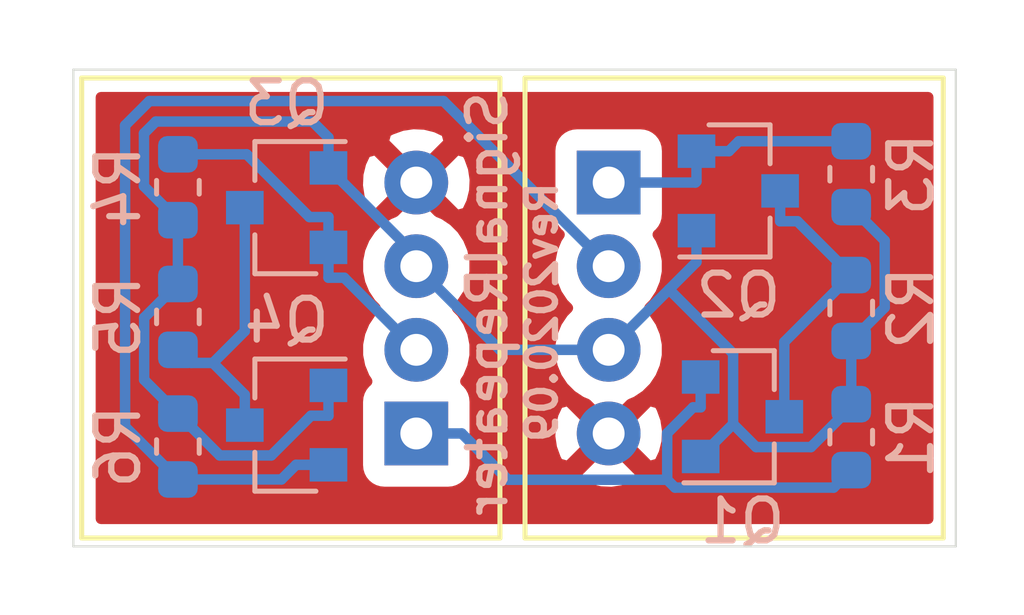
<source format=kicad_pcb>
(kicad_pcb (version 20171130) (host pcbnew 5.1.6-c6e7f7d~87~ubuntu20.04.1)

  (general
    (thickness 1.6)
    (drawings 6)
    (tracks 79)
    (zones 0)
    (modules 12)
    (nets 9)
  )

  (page A4)
  (layers
    (0 F.Cu signal)
    (31 B.Cu signal)
    (32 B.Adhes user)
    (33 F.Adhes user)
    (34 B.Paste user)
    (35 F.Paste user)
    (36 B.SilkS user)
    (37 F.SilkS user)
    (38 B.Mask user)
    (39 F.Mask user)
    (40 Dwgs.User user)
    (41 Cmts.User user)
    (42 Eco1.User user)
    (43 Eco2.User user)
    (44 Edge.Cuts user)
    (45 Margin user)
    (46 B.CrtYd user)
    (47 F.CrtYd user)
    (48 B.Fab user)
    (49 F.Fab user)
  )

  (setup
    (last_trace_width 0.25)
    (trace_clearance 0.2)
    (zone_clearance 0.508)
    (zone_45_only no)
    (trace_min 0.2)
    (via_size 0.8)
    (via_drill 0.4)
    (via_min_size 0.4)
    (via_min_drill 0.3)
    (uvia_size 0.3)
    (uvia_drill 0.1)
    (uvias_allowed no)
    (uvia_min_size 0.2)
    (uvia_min_drill 0.1)
    (edge_width 0.05)
    (segment_width 0.2)
    (pcb_text_width 0.3)
    (pcb_text_size 1.5 1.5)
    (mod_edge_width 0.12)
    (mod_text_size 1 1)
    (mod_text_width 0.15)
    (pad_size 1.524 1.524)
    (pad_drill 0.762)
    (pad_to_mask_clearance 0.05)
    (aux_axis_origin 0 0)
    (visible_elements FFFFFF7F)
    (pcbplotparams
      (layerselection 0x010fc_ffffffff)
      (usegerberextensions false)
      (usegerberattributes true)
      (usegerberadvancedattributes true)
      (creategerberjobfile true)
      (excludeedgelayer true)
      (linewidth 0.100000)
      (plotframeref false)
      (viasonmask false)
      (mode 1)
      (useauxorigin false)
      (hpglpennumber 1)
      (hpglpenspeed 20)
      (hpglpendiameter 15.000000)
      (psnegative false)
      (psa4output false)
      (plotreference true)
      (plotvalue true)
      (plotinvisibletext false)
      (padsonsilk false)
      (subtractmaskfromsilk false)
      (outputformat 1)
      (mirror false)
      (drillshape 1)
      (scaleselection 1)
      (outputdirectory ""))
  )

  (net 0 "")
  (net 1 GND)
  (net 2 VCC)
  (net 3 /CON1_B)
  (net 4 /CON1_A)
  (net 5 /CON2_B)
  (net 6 /CON2_A)
  (net 7 "Net-(Q1-Pad3)")
  (net 8 "Net-(Q3-Pad3)")

  (net_class Default "This is the default net class."
    (clearance 0.2)
    (trace_width 0.25)
    (via_dia 0.8)
    (via_drill 0.4)
    (uvia_dia 0.3)
    (uvia_drill 0.1)
    (add_net /CON1_A)
    (add_net /CON1_B)
    (add_net /CON2_A)
    (add_net /CON2_B)
    (add_net GND)
    (add_net "Net-(Q1-Pad3)")
    (add_net "Net-(Q3-Pad3)")
    (add_net VCC)
  )

  (module Resistor_SMD:R_0603_1608Metric (layer B.Cu) (tedit 5B301BBD) (tstamp 5F743378)
    (at 147.4 81.7125 270)
    (descr "Resistor SMD 0603 (1608 Metric), square (rectangular) end terminal, IPC_7351 nominal, (Body size source: http://www.tortai-tech.com/upload/download/2011102023233369053.pdf), generated with kicad-footprint-generator")
    (tags resistor)
    (path /5F759771)
    (attr smd)
    (fp_text reference R6 (at 0 1.43 90) (layer B.SilkS)
      (effects (font (size 1 1) (thickness 0.15)) (justify mirror))
    )
    (fp_text value 10k (at 0 -1.43 90) (layer B.Fab)
      (effects (font (size 1 1) (thickness 0.15)) (justify mirror))
    )
    (fp_line (start 1.48 -0.73) (end -1.48 -0.73) (layer B.CrtYd) (width 0.05))
    (fp_line (start 1.48 0.73) (end 1.48 -0.73) (layer B.CrtYd) (width 0.05))
    (fp_line (start -1.48 0.73) (end 1.48 0.73) (layer B.CrtYd) (width 0.05))
    (fp_line (start -1.48 -0.73) (end -1.48 0.73) (layer B.CrtYd) (width 0.05))
    (fp_line (start -0.162779 -0.51) (end 0.162779 -0.51) (layer B.SilkS) (width 0.12))
    (fp_line (start -0.162779 0.51) (end 0.162779 0.51) (layer B.SilkS) (width 0.12))
    (fp_line (start 0.8 -0.4) (end -0.8 -0.4) (layer B.Fab) (width 0.1))
    (fp_line (start 0.8 0.4) (end 0.8 -0.4) (layer B.Fab) (width 0.1))
    (fp_line (start -0.8 0.4) (end 0.8 0.4) (layer B.Fab) (width 0.1))
    (fp_line (start -0.8 -0.4) (end -0.8 0.4) (layer B.Fab) (width 0.1))
    (fp_text user %R (at 0 0 90) (layer B.Fab)
      (effects (font (size 0.4 0.4) (thickness 0.06)) (justify mirror))
    )
    (pad 2 smd roundrect (at 0.7875 0 270) (size 0.875 0.95) (layers B.Cu B.Paste B.Mask) (roundrect_rratio 0.25)
      (net 5 /CON2_B))
    (pad 1 smd roundrect (at -0.7875 0 270) (size 0.875 0.95) (layers B.Cu B.Paste B.Mask) (roundrect_rratio 0.25)
      (net 2 VCC))
    (model ${KISYS3DMOD}/Resistor_SMD.3dshapes/R_0603_1608Metric.wrl
      (at (xyz 0 0 0))
      (scale (xyz 1 1 1))
      (rotate (xyz 0 0 0))
    )
  )

  (module Resistor_SMD:R_0603_1608Metric (layer B.Cu) (tedit 5B301BBD) (tstamp 5F743367)
    (at 147.4 78.6125 270)
    (descr "Resistor SMD 0603 (1608 Metric), square (rectangular) end terminal, IPC_7351 nominal, (Body size source: http://www.tortai-tech.com/upload/download/2011102023233369053.pdf), generated with kicad-footprint-generator")
    (tags resistor)
    (path /5F75976B)
    (attr smd)
    (fp_text reference R5 (at 0 1.43 90) (layer B.SilkS)
      (effects (font (size 1 1) (thickness 0.15)) (justify mirror))
    )
    (fp_text value 10k (at 0 -1.43 90) (layer B.Fab)
      (effects (font (size 1 1) (thickness 0.15)) (justify mirror))
    )
    (fp_line (start 1.48 -0.73) (end -1.48 -0.73) (layer B.CrtYd) (width 0.05))
    (fp_line (start 1.48 0.73) (end 1.48 -0.73) (layer B.CrtYd) (width 0.05))
    (fp_line (start -1.48 0.73) (end 1.48 0.73) (layer B.CrtYd) (width 0.05))
    (fp_line (start -1.48 -0.73) (end -1.48 0.73) (layer B.CrtYd) (width 0.05))
    (fp_line (start -0.162779 -0.51) (end 0.162779 -0.51) (layer B.SilkS) (width 0.12))
    (fp_line (start -0.162779 0.51) (end 0.162779 0.51) (layer B.SilkS) (width 0.12))
    (fp_line (start 0.8 -0.4) (end -0.8 -0.4) (layer B.Fab) (width 0.1))
    (fp_line (start 0.8 0.4) (end 0.8 -0.4) (layer B.Fab) (width 0.1))
    (fp_line (start -0.8 0.4) (end 0.8 0.4) (layer B.Fab) (width 0.1))
    (fp_line (start -0.8 -0.4) (end -0.8 0.4) (layer B.Fab) (width 0.1))
    (fp_text user %R (at 0 0 90) (layer B.Fab)
      (effects (font (size 0.4 0.4) (thickness 0.06)) (justify mirror))
    )
    (pad 2 smd roundrect (at 0.7875 0 270) (size 0.875 0.95) (layers B.Cu B.Paste B.Mask) (roundrect_rratio 0.25)
      (net 8 "Net-(Q3-Pad3)"))
    (pad 1 smd roundrect (at -0.7875 0 270) (size 0.875 0.95) (layers B.Cu B.Paste B.Mask) (roundrect_rratio 0.25)
      (net 2 VCC))
    (model ${KISYS3DMOD}/Resistor_SMD.3dshapes/R_0603_1608Metric.wrl
      (at (xyz 0 0 0))
      (scale (xyz 1 1 1))
      (rotate (xyz 0 0 0))
    )
  )

  (module Resistor_SMD:R_0603_1608Metric (layer B.Cu) (tedit 5B301BBD) (tstamp 5F743356)
    (at 147.4 75.5125 270)
    (descr "Resistor SMD 0603 (1608 Metric), square (rectangular) end terminal, IPC_7351 nominal, (Body size source: http://www.tortai-tech.com/upload/download/2011102023233369053.pdf), generated with kicad-footprint-generator")
    (tags resistor)
    (path /5F759765)
    (attr smd)
    (fp_text reference R4 (at 0 1.43 90) (layer B.SilkS)
      (effects (font (size 1 1) (thickness 0.15)) (justify mirror))
    )
    (fp_text value 10k (at 0 -1.43 90) (layer B.Fab)
      (effects (font (size 1 1) (thickness 0.15)) (justify mirror))
    )
    (fp_line (start 1.48 -0.73) (end -1.48 -0.73) (layer B.CrtYd) (width 0.05))
    (fp_line (start 1.48 0.73) (end 1.48 -0.73) (layer B.CrtYd) (width 0.05))
    (fp_line (start -1.48 0.73) (end 1.48 0.73) (layer B.CrtYd) (width 0.05))
    (fp_line (start -1.48 -0.73) (end -1.48 0.73) (layer B.CrtYd) (width 0.05))
    (fp_line (start -0.162779 -0.51) (end 0.162779 -0.51) (layer B.SilkS) (width 0.12))
    (fp_line (start -0.162779 0.51) (end 0.162779 0.51) (layer B.SilkS) (width 0.12))
    (fp_line (start 0.8 -0.4) (end -0.8 -0.4) (layer B.Fab) (width 0.1))
    (fp_line (start 0.8 0.4) (end 0.8 -0.4) (layer B.Fab) (width 0.1))
    (fp_line (start -0.8 0.4) (end 0.8 0.4) (layer B.Fab) (width 0.1))
    (fp_line (start -0.8 -0.4) (end -0.8 0.4) (layer B.Fab) (width 0.1))
    (fp_text user %R (at 0 0 90) (layer B.Fab)
      (effects (font (size 0.4 0.4) (thickness 0.06)) (justify mirror))
    )
    (pad 2 smd roundrect (at 0.7875 0 270) (size 0.875 0.95) (layers B.Cu B.Paste B.Mask) (roundrect_rratio 0.25)
      (net 2 VCC))
    (pad 1 smd roundrect (at -0.7875 0 270) (size 0.875 0.95) (layers B.Cu B.Paste B.Mask) (roundrect_rratio 0.25)
      (net 3 /CON1_B))
    (model ${KISYS3DMOD}/Resistor_SMD.3dshapes/R_0603_1608Metric.wrl
      (at (xyz 0 0 0))
      (scale (xyz 1 1 1))
      (rotate (xyz 0 0 0))
    )
  )

  (module Resistor_SMD:R_0603_1608Metric (layer B.Cu) (tedit 5B301BBD) (tstamp 5F743345)
    (at 163.5 75.2 90)
    (descr "Resistor SMD 0603 (1608 Metric), square (rectangular) end terminal, IPC_7351 nominal, (Body size source: http://www.tortai-tech.com/upload/download/2011102023233369053.pdf), generated with kicad-footprint-generator")
    (tags resistor)
    (path /5F743500)
    (attr smd)
    (fp_text reference R3 (at 0 1.43 90) (layer B.SilkS)
      (effects (font (size 1 1) (thickness 0.15)) (justify mirror))
    )
    (fp_text value 10k (at 0 -1.43 90) (layer B.Fab)
      (effects (font (size 1 1) (thickness 0.15)) (justify mirror))
    )
    (fp_line (start 1.48 -0.73) (end -1.48 -0.73) (layer B.CrtYd) (width 0.05))
    (fp_line (start 1.48 0.73) (end 1.48 -0.73) (layer B.CrtYd) (width 0.05))
    (fp_line (start -1.48 0.73) (end 1.48 0.73) (layer B.CrtYd) (width 0.05))
    (fp_line (start -1.48 -0.73) (end -1.48 0.73) (layer B.CrtYd) (width 0.05))
    (fp_line (start -0.162779 -0.51) (end 0.162779 -0.51) (layer B.SilkS) (width 0.12))
    (fp_line (start -0.162779 0.51) (end 0.162779 0.51) (layer B.SilkS) (width 0.12))
    (fp_line (start 0.8 -0.4) (end -0.8 -0.4) (layer B.Fab) (width 0.1))
    (fp_line (start 0.8 0.4) (end 0.8 -0.4) (layer B.Fab) (width 0.1))
    (fp_line (start -0.8 0.4) (end 0.8 0.4) (layer B.Fab) (width 0.1))
    (fp_line (start -0.8 -0.4) (end -0.8 0.4) (layer B.Fab) (width 0.1))
    (fp_text user %R (at 0 0 90) (layer B.Fab)
      (effects (font (size 0.4 0.4) (thickness 0.06)) (justify mirror))
    )
    (pad 2 smd roundrect (at 0.7875 0 90) (size 0.875 0.95) (layers B.Cu B.Paste B.Mask) (roundrect_rratio 0.25)
      (net 6 /CON2_A))
    (pad 1 smd roundrect (at -0.7875 0 90) (size 0.875 0.95) (layers B.Cu B.Paste B.Mask) (roundrect_rratio 0.25)
      (net 2 VCC))
    (model ${KISYS3DMOD}/Resistor_SMD.3dshapes/R_0603_1608Metric.wrl
      (at (xyz 0 0 0))
      (scale (xyz 1 1 1))
      (rotate (xyz 0 0 0))
    )
  )

  (module Resistor_SMD:R_0603_1608Metric (layer B.Cu) (tedit 5B301BBD) (tstamp 5F743334)
    (at 163.5 78.4 90)
    (descr "Resistor SMD 0603 (1608 Metric), square (rectangular) end terminal, IPC_7351 nominal, (Body size source: http://www.tortai-tech.com/upload/download/2011102023233369053.pdf), generated with kicad-footprint-generator")
    (tags resistor)
    (path /5F74330A)
    (attr smd)
    (fp_text reference R2 (at 0 1.43 90) (layer B.SilkS)
      (effects (font (size 1 1) (thickness 0.15)) (justify mirror))
    )
    (fp_text value 10k (at 0 -1.43 90) (layer B.Fab)
      (effects (font (size 1 1) (thickness 0.15)) (justify mirror))
    )
    (fp_line (start 1.48 -0.73) (end -1.48 -0.73) (layer B.CrtYd) (width 0.05))
    (fp_line (start 1.48 0.73) (end 1.48 -0.73) (layer B.CrtYd) (width 0.05))
    (fp_line (start -1.48 0.73) (end 1.48 0.73) (layer B.CrtYd) (width 0.05))
    (fp_line (start -1.48 -0.73) (end -1.48 0.73) (layer B.CrtYd) (width 0.05))
    (fp_line (start -0.162779 -0.51) (end 0.162779 -0.51) (layer B.SilkS) (width 0.12))
    (fp_line (start -0.162779 0.51) (end 0.162779 0.51) (layer B.SilkS) (width 0.12))
    (fp_line (start 0.8 -0.4) (end -0.8 -0.4) (layer B.Fab) (width 0.1))
    (fp_line (start 0.8 0.4) (end 0.8 -0.4) (layer B.Fab) (width 0.1))
    (fp_line (start -0.8 0.4) (end 0.8 0.4) (layer B.Fab) (width 0.1))
    (fp_line (start -0.8 -0.4) (end -0.8 0.4) (layer B.Fab) (width 0.1))
    (fp_text user %R (at 0 0 90) (layer B.Fab)
      (effects (font (size 0.4 0.4) (thickness 0.06)) (justify mirror))
    )
    (pad 2 smd roundrect (at 0.7875 0 90) (size 0.875 0.95) (layers B.Cu B.Paste B.Mask) (roundrect_rratio 0.25)
      (net 7 "Net-(Q1-Pad3)"))
    (pad 1 smd roundrect (at -0.7875 0 90) (size 0.875 0.95) (layers B.Cu B.Paste B.Mask) (roundrect_rratio 0.25)
      (net 2 VCC))
    (model ${KISYS3DMOD}/Resistor_SMD.3dshapes/R_0603_1608Metric.wrl
      (at (xyz 0 0 0))
      (scale (xyz 1 1 1))
      (rotate (xyz 0 0 0))
    )
  )

  (module Resistor_SMD:R_0603_1608Metric (layer B.Cu) (tedit 5B301BBD) (tstamp 5F743323)
    (at 163.5 81.4875 90)
    (descr "Resistor SMD 0603 (1608 Metric), square (rectangular) end terminal, IPC_7351 nominal, (Body size source: http://www.tortai-tech.com/upload/download/2011102023233369053.pdf), generated with kicad-footprint-generator")
    (tags resistor)
    (path /5F743089)
    (attr smd)
    (fp_text reference R1 (at 0 1.43 90) (layer B.SilkS)
      (effects (font (size 1 1) (thickness 0.15)) (justify mirror))
    )
    (fp_text value 10k (at 0 -1.43 90) (layer B.Fab)
      (effects (font (size 1 1) (thickness 0.15)) (justify mirror))
    )
    (fp_line (start 1.48 -0.73) (end -1.48 -0.73) (layer B.CrtYd) (width 0.05))
    (fp_line (start 1.48 0.73) (end 1.48 -0.73) (layer B.CrtYd) (width 0.05))
    (fp_line (start -1.48 0.73) (end 1.48 0.73) (layer B.CrtYd) (width 0.05))
    (fp_line (start -1.48 -0.73) (end -1.48 0.73) (layer B.CrtYd) (width 0.05))
    (fp_line (start -0.162779 -0.51) (end 0.162779 -0.51) (layer B.SilkS) (width 0.12))
    (fp_line (start -0.162779 0.51) (end 0.162779 0.51) (layer B.SilkS) (width 0.12))
    (fp_line (start 0.8 -0.4) (end -0.8 -0.4) (layer B.Fab) (width 0.1))
    (fp_line (start 0.8 0.4) (end 0.8 -0.4) (layer B.Fab) (width 0.1))
    (fp_line (start -0.8 0.4) (end 0.8 0.4) (layer B.Fab) (width 0.1))
    (fp_line (start -0.8 -0.4) (end -0.8 0.4) (layer B.Fab) (width 0.1))
    (fp_text user %R (at 0 0 90) (layer B.Fab)
      (effects (font (size 0.4 0.4) (thickness 0.06)) (justify mirror))
    )
    (pad 2 smd roundrect (at 0.7875 0 90) (size 0.875 0.95) (layers B.Cu B.Paste B.Mask) (roundrect_rratio 0.25)
      (net 2 VCC))
    (pad 1 smd roundrect (at -0.7875 0 90) (size 0.875 0.95) (layers B.Cu B.Paste B.Mask) (roundrect_rratio 0.25)
      (net 4 /CON1_A))
    (model ${KISYS3DMOD}/Resistor_SMD.3dshapes/R_0603_1608Metric.wrl
      (at (xyz 0 0 0))
      (scale (xyz 1 1 1))
      (rotate (xyz 0 0 0))
    )
  )

  (module Package_TO_SOT_SMD:SOT-23 (layer B.Cu) (tedit 5A02FF57) (tstamp 5F743312)
    (at 150 81.2 180)
    (descr "SOT-23, Standard")
    (tags SOT-23)
    (path /5F759759)
    (attr smd)
    (fp_text reference Q4 (at 0 2.5 180) (layer B.SilkS)
      (effects (font (size 1 1) (thickness 0.15)) (justify mirror))
    )
    (fp_text value Q_NMOS_GSD (at 0 -2.5 180) (layer B.Fab)
      (effects (font (size 1 1) (thickness 0.15)) (justify mirror))
    )
    (fp_line (start 0.76 -1.58) (end -0.7 -1.58) (layer B.SilkS) (width 0.12))
    (fp_line (start 0.76 1.58) (end -1.4 1.58) (layer B.SilkS) (width 0.12))
    (fp_line (start -1.7 -1.75) (end -1.7 1.75) (layer B.CrtYd) (width 0.05))
    (fp_line (start 1.7 -1.75) (end -1.7 -1.75) (layer B.CrtYd) (width 0.05))
    (fp_line (start 1.7 1.75) (end 1.7 -1.75) (layer B.CrtYd) (width 0.05))
    (fp_line (start -1.7 1.75) (end 1.7 1.75) (layer B.CrtYd) (width 0.05))
    (fp_line (start 0.76 1.58) (end 0.76 0.65) (layer B.SilkS) (width 0.12))
    (fp_line (start 0.76 -1.58) (end 0.76 -0.65) (layer B.SilkS) (width 0.12))
    (fp_line (start -0.7 -1.52) (end 0.7 -1.52) (layer B.Fab) (width 0.1))
    (fp_line (start 0.7 1.52) (end 0.7 -1.52) (layer B.Fab) (width 0.1))
    (fp_line (start -0.7 0.95) (end -0.15 1.52) (layer B.Fab) (width 0.1))
    (fp_line (start -0.15 1.52) (end 0.7 1.52) (layer B.Fab) (width 0.1))
    (fp_line (start -0.7 0.95) (end -0.7 -1.5) (layer B.Fab) (width 0.1))
    (fp_text user %R (at 0 0 90) (layer B.Fab)
      (effects (font (size 0.5 0.5) (thickness 0.075)) (justify mirror))
    )
    (pad 3 smd rect (at 1 0 180) (size 0.9 0.8) (layers B.Cu B.Paste B.Mask)
      (net 8 "Net-(Q3-Pad3)"))
    (pad 2 smd rect (at -1 -0.95 180) (size 0.9 0.8) (layers B.Cu B.Paste B.Mask)
      (net 5 /CON2_B))
    (pad 1 smd rect (at -1 0.95 180) (size 0.9 0.8) (layers B.Cu B.Paste B.Mask)
      (net 2 VCC))
    (model ${KISYS3DMOD}/Package_TO_SOT_SMD.3dshapes/SOT-23.wrl
      (at (xyz 0 0 0))
      (scale (xyz 1 1 1))
      (rotate (xyz 0 0 0))
    )
  )

  (module Package_TO_SOT_SMD:SOT-23 (layer B.Cu) (tedit 5A02FF57) (tstamp 5F7432FD)
    (at 150 76 180)
    (descr "SOT-23, Standard")
    (tags SOT-23)
    (path /5F759753)
    (attr smd)
    (fp_text reference Q3 (at 0 2.5 180) (layer B.SilkS)
      (effects (font (size 1 1) (thickness 0.15)) (justify mirror))
    )
    (fp_text value Q_NMOS_GSD (at 0 -2.5 180) (layer B.Fab)
      (effects (font (size 1 1) (thickness 0.15)) (justify mirror))
    )
    (fp_line (start 0.76 -1.58) (end -0.7 -1.58) (layer B.SilkS) (width 0.12))
    (fp_line (start 0.76 1.58) (end -1.4 1.58) (layer B.SilkS) (width 0.12))
    (fp_line (start -1.7 -1.75) (end -1.7 1.75) (layer B.CrtYd) (width 0.05))
    (fp_line (start 1.7 -1.75) (end -1.7 -1.75) (layer B.CrtYd) (width 0.05))
    (fp_line (start 1.7 1.75) (end 1.7 -1.75) (layer B.CrtYd) (width 0.05))
    (fp_line (start -1.7 1.75) (end 1.7 1.75) (layer B.CrtYd) (width 0.05))
    (fp_line (start 0.76 1.58) (end 0.76 0.65) (layer B.SilkS) (width 0.12))
    (fp_line (start 0.76 -1.58) (end 0.76 -0.65) (layer B.SilkS) (width 0.12))
    (fp_line (start -0.7 -1.52) (end 0.7 -1.52) (layer B.Fab) (width 0.1))
    (fp_line (start 0.7 1.52) (end 0.7 -1.52) (layer B.Fab) (width 0.1))
    (fp_line (start -0.7 0.95) (end -0.15 1.52) (layer B.Fab) (width 0.1))
    (fp_line (start -0.15 1.52) (end 0.7 1.52) (layer B.Fab) (width 0.1))
    (fp_line (start -0.7 0.95) (end -0.7 -1.5) (layer B.Fab) (width 0.1))
    (fp_text user %R (at 0 0 90) (layer B.Fab)
      (effects (font (size 0.5 0.5) (thickness 0.075)) (justify mirror))
    )
    (pad 3 smd rect (at 1 0 180) (size 0.9 0.8) (layers B.Cu B.Paste B.Mask)
      (net 8 "Net-(Q3-Pad3)"))
    (pad 2 smd rect (at -1 -0.95 180) (size 0.9 0.8) (layers B.Cu B.Paste B.Mask)
      (net 3 /CON1_B))
    (pad 1 smd rect (at -1 0.95 180) (size 0.9 0.8) (layers B.Cu B.Paste B.Mask)
      (net 2 VCC))
    (model ${KISYS3DMOD}/Package_TO_SOT_SMD.3dshapes/SOT-23.wrl
      (at (xyz 0 0 0))
      (scale (xyz 1 1 1))
      (rotate (xyz 0 0 0))
    )
  )

  (module Package_TO_SOT_SMD:SOT-23 (layer B.Cu) (tedit 5A02FF57) (tstamp 5F7432E8)
    (at 160.8 75.6)
    (descr "SOT-23, Standard")
    (tags SOT-23)
    (path /5F74243D)
    (attr smd)
    (fp_text reference Q2 (at 0 2.5 180) (layer B.SilkS)
      (effects (font (size 1 1) (thickness 0.15)) (justify mirror))
    )
    (fp_text value Q_NMOS_GSD (at 0 -2.5 180) (layer B.Fab)
      (effects (font (size 1 1) (thickness 0.15)) (justify mirror))
    )
    (fp_line (start 0.76 -1.58) (end -0.7 -1.58) (layer B.SilkS) (width 0.12))
    (fp_line (start 0.76 1.58) (end -1.4 1.58) (layer B.SilkS) (width 0.12))
    (fp_line (start -1.7 -1.75) (end -1.7 1.75) (layer B.CrtYd) (width 0.05))
    (fp_line (start 1.7 -1.75) (end -1.7 -1.75) (layer B.CrtYd) (width 0.05))
    (fp_line (start 1.7 1.75) (end 1.7 -1.75) (layer B.CrtYd) (width 0.05))
    (fp_line (start -1.7 1.75) (end 1.7 1.75) (layer B.CrtYd) (width 0.05))
    (fp_line (start 0.76 1.58) (end 0.76 0.65) (layer B.SilkS) (width 0.12))
    (fp_line (start 0.76 -1.58) (end 0.76 -0.65) (layer B.SilkS) (width 0.12))
    (fp_line (start -0.7 -1.52) (end 0.7 -1.52) (layer B.Fab) (width 0.1))
    (fp_line (start 0.7 1.52) (end 0.7 -1.52) (layer B.Fab) (width 0.1))
    (fp_line (start -0.7 0.95) (end -0.15 1.52) (layer B.Fab) (width 0.1))
    (fp_line (start -0.15 1.52) (end 0.7 1.52) (layer B.Fab) (width 0.1))
    (fp_line (start -0.7 0.95) (end -0.7 -1.5) (layer B.Fab) (width 0.1))
    (fp_text user %R (at 0 0 90) (layer B.Fab)
      (effects (font (size 0.5 0.5) (thickness 0.075)) (justify mirror))
    )
    (pad 3 smd rect (at 1 0) (size 0.9 0.8) (layers B.Cu B.Paste B.Mask)
      (net 7 "Net-(Q1-Pad3)"))
    (pad 2 smd rect (at -1 -0.95) (size 0.9 0.8) (layers B.Cu B.Paste B.Mask)
      (net 6 /CON2_A))
    (pad 1 smd rect (at -1 0.95) (size 0.9 0.8) (layers B.Cu B.Paste B.Mask)
      (net 2 VCC))
    (model ${KISYS3DMOD}/Package_TO_SOT_SMD.3dshapes/SOT-23.wrl
      (at (xyz 0 0 0))
      (scale (xyz 1 1 1))
      (rotate (xyz 0 0 0))
    )
  )

  (module Package_TO_SOT_SMD:SOT-23 (layer B.Cu) (tedit 5A02FF57) (tstamp 5F7432D3)
    (at 160.9 81)
    (descr "SOT-23, Standard")
    (tags SOT-23)
    (path /5F7410AB)
    (attr smd)
    (fp_text reference Q1 (at 0 2.5 180) (layer B.SilkS)
      (effects (font (size 1 1) (thickness 0.15)) (justify mirror))
    )
    (fp_text value Q_NMOS_GSD (at 0 -2.5 180) (layer B.Fab)
      (effects (font (size 1 1) (thickness 0.15)) (justify mirror))
    )
    (fp_line (start 0.76 -1.58) (end -0.7 -1.58) (layer B.SilkS) (width 0.12))
    (fp_line (start 0.76 1.58) (end -1.4 1.58) (layer B.SilkS) (width 0.12))
    (fp_line (start -1.7 -1.75) (end -1.7 1.75) (layer B.CrtYd) (width 0.05))
    (fp_line (start 1.7 -1.75) (end -1.7 -1.75) (layer B.CrtYd) (width 0.05))
    (fp_line (start 1.7 1.75) (end 1.7 -1.75) (layer B.CrtYd) (width 0.05))
    (fp_line (start -1.7 1.75) (end 1.7 1.75) (layer B.CrtYd) (width 0.05))
    (fp_line (start 0.76 1.58) (end 0.76 0.65) (layer B.SilkS) (width 0.12))
    (fp_line (start 0.76 -1.58) (end 0.76 -0.65) (layer B.SilkS) (width 0.12))
    (fp_line (start -0.7 -1.52) (end 0.7 -1.52) (layer B.Fab) (width 0.1))
    (fp_line (start 0.7 1.52) (end 0.7 -1.52) (layer B.Fab) (width 0.1))
    (fp_line (start -0.7 0.95) (end -0.15 1.52) (layer B.Fab) (width 0.1))
    (fp_line (start -0.15 1.52) (end 0.7 1.52) (layer B.Fab) (width 0.1))
    (fp_line (start -0.7 0.95) (end -0.7 -1.5) (layer B.Fab) (width 0.1))
    (fp_text user %R (at 0 0 90) (layer B.Fab)
      (effects (font (size 0.5 0.5) (thickness 0.075)) (justify mirror))
    )
    (pad 3 smd rect (at 1 0) (size 0.9 0.8) (layers B.Cu B.Paste B.Mask)
      (net 7 "Net-(Q1-Pad3)"))
    (pad 2 smd rect (at -1 -0.95) (size 0.9 0.8) (layers B.Cu B.Paste B.Mask)
      (net 4 /CON1_A))
    (pad 1 smd rect (at -1 0.95) (size 0.9 0.8) (layers B.Cu B.Paste B.Mask)
      (net 2 VCC))
    (model ${KISYS3DMOD}/Package_TO_SOT_SMD.3dshapes/SOT-23.wrl
      (at (xyz 0 0 0))
      (scale (xyz 1 1 1))
      (rotate (xyz 0 0 0))
    )
  )

  (module my-kicad-footprints:NS-Tech_Grove_1x04_P2mm_Horizontal (layer F.Cu) (tedit 5D3EFECF) (tstamp 5F7432BE)
    (at 157.7 78.4)
    (descr https://statics3.seeedstudio.com/images/opl/datasheet/3470130P1.pdf)
    (tags Grove-1x04)
    (path /5F7402EF)
    (fp_text reference J2 (at -0.0127 -6.3246) (layer F.SilkS) hide
      (effects (font (size 1 1) (thickness 0.15)))
    )
    (fp_text value Conn_01x04 (at 9.1059 2.6924 90) (layer F.Fab)
      (effects (font (size 1 1) (thickness 0.15)))
    )
    (fp_line (start -2 5.5) (end 8 5.5) (layer F.SilkS) (width 0.12))
    (fp_line (start -2 -5.5) (end -2 5.5) (layer F.SilkS) (width 0.12))
    (fp_line (start -2 -5.5) (end 8 -5.5) (layer F.SilkS) (width 0.12))
    (fp_line (start 8 -5.5) (end 8 5.5) (layer F.SilkS) (width 0.12))
    (fp_text user %R (at -2 -1 90) (layer F.Fab)
      (effects (font (size 1 1) (thickness 0.15)))
    )
    (pad 4 thru_hole circle (at 0 3) (size 1.524 1.524) (drill 0.762) (layers *.Cu *.Mask)
      (net 1 GND))
    (pad 3 thru_hole circle (at 0 1) (size 1.524 1.524) (drill 0.762) (layers *.Cu *.Mask)
      (net 2 VCC))
    (pad 2 thru_hole circle (at 0 -1) (size 1.524 1.524) (drill 0.762) (layers *.Cu *.Mask)
      (net 5 /CON2_B))
    (pad 1 thru_hole rect (at 0 -3) (size 1.524 1.524) (drill 0.762) (layers *.Cu *.Mask)
      (net 6 /CON2_A))
    (model ${KISYS3DMOD}/Connector.3dshapes/NS-Tech_Grove_1x04_P2mm_Vertical.wrl
      (at (xyz 0 0 0))
      (scale (xyz 0.3937 0.3937 0.3937))
      (rotate (xyz 0 0 -90))
    )
  )

  (module my-kicad-footprints:NS-Tech_Grove_1x04_P2mm_Horizontal (layer F.Cu) (tedit 5D3EFECF) (tstamp 5F7432B1)
    (at 153.1 78.4 180)
    (descr https://statics3.seeedstudio.com/images/opl/datasheet/3470130P1.pdf)
    (tags Grove-1x04)
    (path /5F73D25A)
    (fp_text reference J1 (at -0.0127 -6.3246) (layer F.SilkS) hide
      (effects (font (size 1 1) (thickness 0.15)))
    )
    (fp_text value Conn_01x04 (at 9.1059 2.6924 90) (layer F.Fab)
      (effects (font (size 1 1) (thickness 0.15)))
    )
    (fp_line (start -2 5.5) (end 8 5.5) (layer F.SilkS) (width 0.12))
    (fp_line (start -2 -5.5) (end -2 5.5) (layer F.SilkS) (width 0.12))
    (fp_line (start -2 -5.5) (end 8 -5.5) (layer F.SilkS) (width 0.12))
    (fp_line (start 8 -5.5) (end 8 5.5) (layer F.SilkS) (width 0.12))
    (fp_text user %R (at -2 -1 90) (layer F.Fab)
      (effects (font (size 1 1) (thickness 0.15)))
    )
    (pad 4 thru_hole circle (at 0 3 180) (size 1.524 1.524) (drill 0.762) (layers *.Cu *.Mask)
      (net 1 GND))
    (pad 3 thru_hole circle (at 0 1 180) (size 1.524 1.524) (drill 0.762) (layers *.Cu *.Mask)
      (net 2 VCC))
    (pad 2 thru_hole circle (at 0 -1 180) (size 1.524 1.524) (drill 0.762) (layers *.Cu *.Mask)
      (net 3 /CON1_B))
    (pad 1 thru_hole rect (at 0 -3 180) (size 1.524 1.524) (drill 0.762) (layers *.Cu *.Mask)
      (net 4 /CON1_A))
    (model ${KISYS3DMOD}/Connector.3dshapes/NS-Tech_Grove_1x04_P2mm_Vertical.wrl
      (at (xyz 0 0 0))
      (scale (xyz 0.3937 0.3937 0.3937))
      (rotate (xyz 0 0 -90))
    )
  )

  (gr_text Rev2020.09 (at 156.1 78.5 90) (layer B.SilkS)
    (effects (font (size 0.7 0.7) (thickness 0.15)) (justify mirror))
  )
  (gr_text SignalRepeater (at 154.8 78.3 90) (layer B.SilkS)
    (effects (font (size 0.9 0.9) (thickness 0.15)) (justify mirror))
  )
  (gr_line (start 166 72.7) (end 144.9 72.7) (layer Edge.Cuts) (width 0.05))
  (gr_line (start 166 84.1) (end 166 72.7) (layer Edge.Cuts) (width 0.05))
  (gr_line (start 144.9 84.1) (end 166 84.1) (layer Edge.Cuts) (width 0.05))
  (gr_line (start 144.9 72.7) (end 144.9 84.1) (layer Edge.Cuts) (width 0.05))

  (segment (start 153.1 75.4) (end 155.618 77.918) (width 0.25) (layer F.Cu) (net 1))
  (segment (start 155.618 77.918) (end 155.618 79.318) (width 0.25) (layer F.Cu) (net 1))
  (segment (start 155.618 79.318) (end 157.7 81.4) (width 0.25) (layer F.Cu) (net 1))
  (segment (start 147.4 76.3) (end 146.5887 75.4887) (width 0.25) (layer B.Cu) (net 2))
  (segment (start 146.5887 75.4887) (end 146.5887 74.2248) (width 0.25) (layer B.Cu) (net 2))
  (segment (start 146.5887 74.2248) (end 146.8722 73.9413) (width 0.25) (layer B.Cu) (net 2))
  (segment (start 146.8722 73.9413) (end 150.6166 73.9413) (width 0.25) (layer B.Cu) (net 2))
  (segment (start 150.6166 73.9413) (end 151 74.3247) (width 0.25) (layer B.Cu) (net 2))
  (segment (start 151 80.25) (end 151 80.9753) (width 0.25) (layer B.Cu) (net 2))
  (segment (start 147.4 80.925) (end 148.4004 81.9254) (width 0.25) (layer B.Cu) (net 2))
  (segment (start 148.4004 81.9254) (end 149.6325 81.9254) (width 0.25) (layer B.Cu) (net 2))
  (segment (start 149.6325 81.9254) (end 150.5826 80.9753) (width 0.25) (layer B.Cu) (net 2))
  (segment (start 150.5826 80.9753) (end 151 80.9753) (width 0.25) (layer B.Cu) (net 2))
  (segment (start 147.4 77.825) (end 146.5928 78.6322) (width 0.25) (layer B.Cu) (net 2))
  (segment (start 146.5928 78.6322) (end 146.5928 80.1178) (width 0.25) (layer B.Cu) (net 2))
  (segment (start 146.5928 80.1178) (end 147.4 80.925) (width 0.25) (layer B.Cu) (net 2))
  (segment (start 147.4 76.3) (end 147.4 77.825) (width 0.25) (layer B.Cu) (net 2))
  (segment (start 160.6754 81.1746) (end 159.9 81.95) (width 0.25) (layer B.Cu) (net 2))
  (segment (start 159.144 77.956) (end 160.6754 79.4875) (width 0.25) (layer B.Cu) (net 2))
  (segment (start 160.6754 79.4875) (end 160.6754 81.1746) (width 0.25) (layer B.Cu) (net 2))
  (segment (start 160.6754 81.1746) (end 161.2262 81.7254) (width 0.25) (layer B.Cu) (net 2))
  (segment (start 161.2262 81.7254) (end 162.5375 81.7254) (width 0.25) (layer B.Cu) (net 2))
  (segment (start 162.5375 81.7254) (end 163.5 80.7629) (width 0.25) (layer B.Cu) (net 2))
  (segment (start 163.5 80.7629) (end 163.5 80.7) (width 0.25) (layer B.Cu) (net 2))
  (segment (start 159.144 77.956) (end 159.8 77.3) (width 0.25) (layer B.Cu) (net 2))
  (segment (start 159.8 77.3) (end 159.8 76.55) (width 0.25) (layer B.Cu) (net 2))
  (segment (start 157.7 79.4) (end 159.144 77.956) (width 0.25) (layer B.Cu) (net 2))
  (segment (start 151 75.05) (end 151 74.3247) (width 0.25) (layer B.Cu) (net 2))
  (segment (start 153.1 77.4) (end 153.1 77.15) (width 0.25) (layer B.Cu) (net 2))
  (segment (start 153.1 77.15) (end 151 75.05) (width 0.25) (layer B.Cu) (net 2))
  (segment (start 163.5 79.1875) (end 164.3012 78.3863) (width 0.25) (layer B.Cu) (net 2))
  (segment (start 164.3012 78.3863) (end 164.3012 76.7887) (width 0.25) (layer B.Cu) (net 2))
  (segment (start 164.3012 76.7887) (end 163.5 75.9875) (width 0.25) (layer B.Cu) (net 2))
  (segment (start 163.5 80.7) (end 163.5 79.1875) (width 0.25) (layer B.Cu) (net 2))
  (segment (start 153.1 77.4) (end 155.1 79.4) (width 0.25) (layer B.Cu) (net 2))
  (segment (start 155.1 79.4) (end 157.7 79.4) (width 0.25) (layer B.Cu) (net 2))
  (segment (start 151 76.95) (end 151 77.6753) (width 0.25) (layer B.Cu) (net 3))
  (segment (start 153.1 79.4) (end 151.3753 77.6753) (width 0.25) (layer B.Cu) (net 3))
  (segment (start 151.3753 77.6753) (end 151 77.6753) (width 0.25) (layer B.Cu) (net 3))
  (segment (start 151 76.95) (end 151 76.2247) (width 0.25) (layer B.Cu) (net 3))
  (segment (start 151 76.2247) (end 150.5442 76.2247) (width 0.25) (layer B.Cu) (net 3))
  (segment (start 150.5442 76.2247) (end 149.0445 74.725) (width 0.25) (layer B.Cu) (net 3))
  (segment (start 149.0445 74.725) (end 147.4 74.725) (width 0.25) (layer B.Cu) (net 3))
  (segment (start 159.0998 82.5072) (end 159.0998 81.3942) (width 0.25) (layer B.Cu) (net 4))
  (segment (start 159.0998 81.3942) (end 159.7187 80.7753) (width 0.25) (layer B.Cu) (net 4))
  (segment (start 159.7187 80.7753) (end 159.9 80.7753) (width 0.25) (layer B.Cu) (net 4))
  (segment (start 163.5 82.275) (end 163.0804 82.6946) (width 0.25) (layer B.Cu) (net 4))
  (segment (start 163.0804 82.6946) (end 159.2872 82.6946) (width 0.25) (layer B.Cu) (net 4))
  (segment (start 159.2872 82.6946) (end 159.0998 82.5072) (width 0.25) (layer B.Cu) (net 4))
  (segment (start 159.0998 82.5072) (end 155.2945 82.5072) (width 0.25) (layer B.Cu) (net 4))
  (segment (start 155.2945 82.5072) (end 154.1873 81.4) (width 0.25) (layer B.Cu) (net 4))
  (segment (start 153.1 81.4) (end 154.1873 81.4) (width 0.25) (layer B.Cu) (net 4))
  (segment (start 159.9 80.05) (end 159.9 80.7753) (width 0.25) (layer B.Cu) (net 4))
  (segment (start 157.7 77.4) (end 153.7518 73.4518) (width 0.25) (layer B.Cu) (net 5))
  (segment (start 153.7518 73.4518) (end 146.7183 73.4518) (width 0.25) (layer B.Cu) (net 5))
  (segment (start 146.7183 73.4518) (end 146.1367 74.0334) (width 0.25) (layer B.Cu) (net 5))
  (segment (start 146.1367 74.0334) (end 146.1367 81.2367) (width 0.25) (layer B.Cu) (net 5))
  (segment (start 146.1367 81.2367) (end 147.4 82.5) (width 0.25) (layer B.Cu) (net 5))
  (segment (start 151 82.15) (end 150.2247 82.15) (width 0.25) (layer B.Cu) (net 5))
  (segment (start 150.2247 82.15) (end 149.8747 82.5) (width 0.25) (layer B.Cu) (net 5))
  (segment (start 149.8747 82.5) (end 147.4 82.5) (width 0.25) (layer B.Cu) (net 5))
  (segment (start 159.8 74.65) (end 159.8 75.3753) (width 0.25) (layer B.Cu) (net 6))
  (segment (start 157.7 75.4) (end 159.7753 75.4) (width 0.25) (layer B.Cu) (net 6))
  (segment (start 159.7753 75.4) (end 159.8 75.3753) (width 0.25) (layer B.Cu) (net 6))
  (segment (start 159.8 74.65) (end 160.5753 74.65) (width 0.25) (layer B.Cu) (net 6))
  (segment (start 163.5 74.4125) (end 160.8128 74.4125) (width 0.25) (layer B.Cu) (net 6))
  (segment (start 160.8128 74.4125) (end 160.5753 74.65) (width 0.25) (layer B.Cu) (net 6))
  (segment (start 161.8 75.6) (end 161.8 76.3253) (width 0.25) (layer B.Cu) (net 7))
  (segment (start 163.5 77.6125) (end 162.2128 76.3253) (width 0.25) (layer B.Cu) (net 7))
  (segment (start 162.2128 76.3253) (end 161.8 76.3253) (width 0.25) (layer B.Cu) (net 7))
  (segment (start 161.9 81) (end 161.9 79.2125) (width 0.25) (layer B.Cu) (net 7))
  (segment (start 161.9 79.2125) (end 163.5 77.6125) (width 0.25) (layer B.Cu) (net 7))
  (segment (start 148.2386 79.7132) (end 148.2385 79.7133) (width 0.25) (layer B.Cu) (net 8))
  (segment (start 148.2385 79.7133) (end 147.7133 79.7133) (width 0.25) (layer B.Cu) (net 8))
  (segment (start 147.7133 79.7133) (end 147.4 79.4) (width 0.25) (layer B.Cu) (net 8))
  (segment (start 149 76) (end 149 78.9518) (width 0.25) (layer B.Cu) (net 8))
  (segment (start 149 78.9518) (end 148.2386 79.7132) (width 0.25) (layer B.Cu) (net 8))
  (segment (start 149 80.4747) (end 148.2386 79.7132) (width 0.25) (layer B.Cu) (net 8))
  (segment (start 149 81.2) (end 149 80.4747) (width 0.25) (layer B.Cu) (net 8))

  (zone (net 1) (net_name GND) (layer F.Cu) (tstamp 0) (hatch edge 0.508)
    (connect_pads (clearance 0.508))
    (min_thickness 0.254)
    (fill yes (arc_segments 32) (thermal_gap 0.508) (thermal_bridge_width 0.508))
    (polygon
      (pts
        (xy 166 84.1) (xy 144.8 84.2) (xy 144.8 72.6) (xy 166 72.6)
      )
    )
    (filled_polygon
      (pts
        (xy 165.34 83.44) (xy 145.56 83.44) (xy 145.56 80.638) (xy 151.699928 80.638) (xy 151.699928 82.162)
        (xy 151.712188 82.286482) (xy 151.748498 82.40618) (xy 151.807463 82.516494) (xy 151.886815 82.613185) (xy 151.983506 82.692537)
        (xy 152.09382 82.751502) (xy 152.213518 82.787812) (xy 152.338 82.800072) (xy 153.862 82.800072) (xy 153.986482 82.787812)
        (xy 154.10618 82.751502) (xy 154.216494 82.692537) (xy 154.313185 82.613185) (xy 154.392537 82.516494) (xy 154.451502 82.40618)
        (xy 154.463822 82.365565) (xy 156.91404 82.365565) (xy 156.98102 82.605656) (xy 157.230048 82.722756) (xy 157.497135 82.789023)
        (xy 157.772017 82.80191) (xy 158.044133 82.760922) (xy 158.303023 82.667636) (xy 158.41898 82.605656) (xy 158.48596 82.365565)
        (xy 157.7 81.579605) (xy 156.91404 82.365565) (xy 154.463822 82.365565) (xy 154.487812 82.286482) (xy 154.500072 82.162)
        (xy 154.500072 81.472017) (xy 156.29809 81.472017) (xy 156.339078 81.744133) (xy 156.432364 82.003023) (xy 156.494344 82.11898)
        (xy 156.734435 82.18596) (xy 157.520395 81.4) (xy 157.879605 81.4) (xy 158.665565 82.18596) (xy 158.905656 82.11898)
        (xy 159.022756 81.869952) (xy 159.089023 81.602865) (xy 159.10191 81.327983) (xy 159.060922 81.055867) (xy 158.967636 80.796977)
        (xy 158.905656 80.68102) (xy 158.665565 80.61404) (xy 157.879605 81.4) (xy 157.520395 81.4) (xy 156.734435 80.61404)
        (xy 156.494344 80.68102) (xy 156.377244 80.930048) (xy 156.310977 81.197135) (xy 156.29809 81.472017) (xy 154.500072 81.472017)
        (xy 154.500072 80.638) (xy 154.487812 80.513518) (xy 154.451502 80.39382) (xy 154.392537 80.283506) (xy 154.313185 80.186815)
        (xy 154.275234 80.15567) (xy 154.338005 80.061727) (xy 154.443314 79.80749) (xy 154.497 79.537592) (xy 154.497 79.262408)
        (xy 154.443314 78.99251) (xy 154.338005 78.738273) (xy 154.18512 78.509465) (xy 154.075655 78.4) (xy 154.18512 78.290535)
        (xy 154.338005 78.061727) (xy 154.443314 77.80749) (xy 154.497 77.537592) (xy 154.497 77.262408) (xy 154.443314 76.99251)
        (xy 154.338005 76.738273) (xy 154.18512 76.509465) (xy 153.990535 76.31488) (xy 153.761727 76.161995) (xy 153.62629 76.105895)
        (xy 153.1 75.579605) (xy 152.57371 76.105895) (xy 152.438273 76.161995) (xy 152.209465 76.31488) (xy 152.01488 76.509465)
        (xy 151.861995 76.738273) (xy 151.756686 76.99251) (xy 151.703 77.262408) (xy 151.703 77.537592) (xy 151.756686 77.80749)
        (xy 151.861995 78.061727) (xy 152.01488 78.290535) (xy 152.124345 78.4) (xy 152.01488 78.509465) (xy 151.861995 78.738273)
        (xy 151.756686 78.99251) (xy 151.703 79.262408) (xy 151.703 79.537592) (xy 151.756686 79.80749) (xy 151.861995 80.061727)
        (xy 151.924766 80.15567) (xy 151.886815 80.186815) (xy 151.807463 80.283506) (xy 151.748498 80.39382) (xy 151.712188 80.513518)
        (xy 151.699928 80.638) (xy 145.56 80.638) (xy 145.56 75.472017) (xy 151.69809 75.472017) (xy 151.739078 75.744133)
        (xy 151.832364 76.003023) (xy 151.894344 76.11898) (xy 152.134435 76.18596) (xy 152.920395 75.4) (xy 153.279605 75.4)
        (xy 154.065565 76.18596) (xy 154.305656 76.11898) (xy 154.422756 75.869952) (xy 154.489023 75.602865) (xy 154.50191 75.327983)
        (xy 154.460922 75.055867) (xy 154.367636 74.796977) (xy 154.305656 74.68102) (xy 154.151451 74.638) (xy 156.299928 74.638)
        (xy 156.299928 76.162) (xy 156.312188 76.286482) (xy 156.348498 76.40618) (xy 156.407463 76.516494) (xy 156.486815 76.613185)
        (xy 156.524766 76.64433) (xy 156.461995 76.738273) (xy 156.356686 76.99251) (xy 156.303 77.262408) (xy 156.303 77.537592)
        (xy 156.356686 77.80749) (xy 156.461995 78.061727) (xy 156.61488 78.290535) (xy 156.724345 78.4) (xy 156.61488 78.509465)
        (xy 156.461995 78.738273) (xy 156.356686 78.99251) (xy 156.303 79.262408) (xy 156.303 79.537592) (xy 156.356686 79.80749)
        (xy 156.461995 80.061727) (xy 156.61488 80.290535) (xy 156.809465 80.48512) (xy 157.038273 80.638005) (xy 157.17371 80.694105)
        (xy 157.7 81.220395) (xy 158.22629 80.694105) (xy 158.361727 80.638005) (xy 158.590535 80.48512) (xy 158.78512 80.290535)
        (xy 158.938005 80.061727) (xy 159.043314 79.80749) (xy 159.097 79.537592) (xy 159.097 79.262408) (xy 159.043314 78.99251)
        (xy 158.938005 78.738273) (xy 158.78512 78.509465) (xy 158.675655 78.4) (xy 158.78512 78.290535) (xy 158.938005 78.061727)
        (xy 159.043314 77.80749) (xy 159.097 77.537592) (xy 159.097 77.262408) (xy 159.043314 76.99251) (xy 158.938005 76.738273)
        (xy 158.875234 76.64433) (xy 158.913185 76.613185) (xy 158.992537 76.516494) (xy 159.051502 76.40618) (xy 159.087812 76.286482)
        (xy 159.100072 76.162) (xy 159.100072 74.638) (xy 159.087812 74.513518) (xy 159.051502 74.39382) (xy 158.992537 74.283506)
        (xy 158.913185 74.186815) (xy 158.816494 74.107463) (xy 158.70618 74.048498) (xy 158.586482 74.012188) (xy 158.462 73.999928)
        (xy 156.938 73.999928) (xy 156.813518 74.012188) (xy 156.69382 74.048498) (xy 156.583506 74.107463) (xy 156.486815 74.186815)
        (xy 156.407463 74.283506) (xy 156.348498 74.39382) (xy 156.312188 74.513518) (xy 156.299928 74.638) (xy 154.151451 74.638)
        (xy 154.065565 74.61404) (xy 153.279605 75.4) (xy 152.920395 75.4) (xy 152.134435 74.61404) (xy 151.894344 74.68102)
        (xy 151.777244 74.930048) (xy 151.710977 75.197135) (xy 151.69809 75.472017) (xy 145.56 75.472017) (xy 145.56 74.434435)
        (xy 152.31404 74.434435) (xy 153.1 75.220395) (xy 153.88596 74.434435) (xy 153.81898 74.194344) (xy 153.569952 74.077244)
        (xy 153.302865 74.010977) (xy 153.027983 73.99809) (xy 152.755867 74.039078) (xy 152.496977 74.132364) (xy 152.38102 74.194344)
        (xy 152.31404 74.434435) (xy 145.56 74.434435) (xy 145.56 73.36) (xy 165.340001 73.36)
      )
    )
  )
)

</source>
